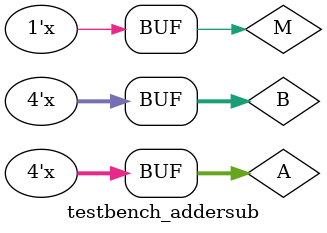
<source format=v>
`timescale 1ns / 1ps


module testbench_addersub ;
       
    reg M;
    reg [3:0] A, B; 
    wire C;
    wire [3:0] S;
    wire V;
    
    adder_subtractor as(.A(A), .B(B), .M(M), .C(C), .V(V), .S(S));
    
    initial begin
    M = 0;
    A = 0;
    B = 0;
    end
    
    always begin
    #10 {A,B,M} = {A,B,M} + 1'b1;
    end
endmodule

</source>
